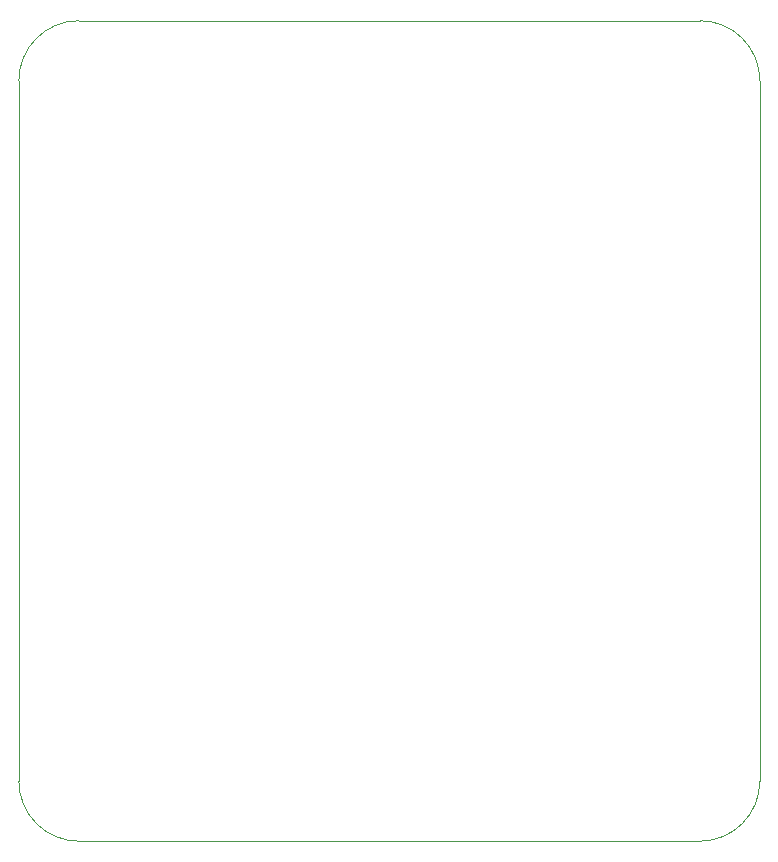
<source format=gbr>
%TF.GenerationSoftware,KiCad,Pcbnew,(5.1.9)-1*%
%TF.CreationDate,2021-02-25T14:19:21-05:00*%
%TF.ProjectId,Main,4d61696e-2e6b-4696-9361-645f70636258,rev?*%
%TF.SameCoordinates,Original*%
%TF.FileFunction,Profile,NP*%
%FSLAX45Y45*%
G04 Gerber Fmt 4.5, Leading zero omitted, Abs format (unit mm)*
G04 Created by KiCad (PCBNEW (5.1.9)-1) date 2021-02-25 14:19:21*
%MOMM*%
%LPD*%
G01*
G04 APERTURE LIST*
%TA.AperFunction,Profile*%
%ADD10C,0.050000*%
%TD*%
G04 APERTURE END LIST*
D10*
X14820900Y-12471400D02*
X14820900Y-6540500D01*
X9055100Y-12979400D02*
X14312900Y-12979400D01*
X8547100Y-6540500D02*
X8547100Y-12471400D01*
X14312900Y-6032500D02*
X9055100Y-6032500D01*
X14312900Y-6032500D02*
G75*
G02*
X14820900Y-6540500I0J-508000D01*
G01*
X14820900Y-12471400D02*
G75*
G02*
X14312900Y-12979400I-508000J0D01*
G01*
X9055100Y-12979400D02*
G75*
G02*
X8547100Y-12471400I0J508000D01*
G01*
X8547100Y-6540500D02*
G75*
G02*
X9055100Y-6032500I508000J0D01*
G01*
M02*

</source>
